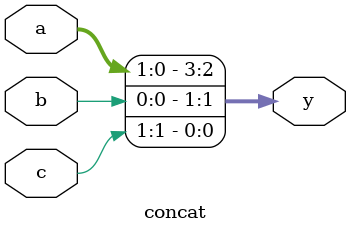
<source format=v>
module concat(input [1:0]a,b,c,output [3:0]y);

assign y[3:0]={a,b[0],c[1]};

endmodule

</source>
